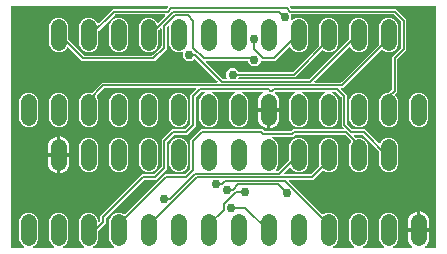
<source format=gbr>
G04 EAGLE Gerber RS-274X export*
G75*
%MOMM*%
%FSLAX34Y34*%
%LPD*%
%INBottom Copper*%
%IPPOS*%
%AMOC8*
5,1,8,0,0,1.08239X$1,22.5*%
G01*
%ADD10C,1.320800*%
%ADD11C,0.152400*%
%ADD12C,0.756400*%

G36*
X21275Y10176D02*
X21275Y10176D01*
X21372Y10186D01*
X21396Y10196D01*
X21422Y10200D01*
X21508Y10246D01*
X21597Y10286D01*
X21616Y10303D01*
X21639Y10316D01*
X21706Y10386D01*
X21778Y10452D01*
X21790Y10475D01*
X21808Y10494D01*
X21850Y10582D01*
X21896Y10668D01*
X21901Y10693D01*
X21912Y10717D01*
X21923Y10814D01*
X21940Y10910D01*
X21936Y10936D01*
X21939Y10961D01*
X21919Y11056D01*
X21904Y11153D01*
X21892Y11176D01*
X21887Y11202D01*
X21837Y11285D01*
X21793Y11372D01*
X21774Y11391D01*
X21761Y11413D01*
X21687Y11476D01*
X21617Y11544D01*
X21589Y11560D01*
X21574Y11573D01*
X21543Y11585D01*
X21470Y11625D01*
X20795Y11905D01*
X18509Y14191D01*
X17271Y17179D01*
X17271Y33621D01*
X18509Y36609D01*
X20795Y38895D01*
X23783Y40133D01*
X27017Y40133D01*
X30005Y38895D01*
X32291Y36609D01*
X33529Y33621D01*
X33529Y17179D01*
X32291Y14191D01*
X30005Y11905D01*
X29330Y11625D01*
X29247Y11574D01*
X29161Y11528D01*
X29143Y11509D01*
X29121Y11496D01*
X29059Y11421D01*
X28992Y11350D01*
X28981Y11326D01*
X28964Y11306D01*
X28929Y11215D01*
X28888Y11127D01*
X28885Y11101D01*
X28876Y11077D01*
X28872Y10979D01*
X28861Y10883D01*
X28866Y10857D01*
X28865Y10831D01*
X28892Y10737D01*
X28913Y10642D01*
X28927Y10620D01*
X28934Y10595D01*
X28989Y10515D01*
X29039Y10431D01*
X29059Y10414D01*
X29074Y10393D01*
X29152Y10335D01*
X29226Y10271D01*
X29250Y10261D01*
X29271Y10246D01*
X29364Y10216D01*
X29454Y10179D01*
X29487Y10176D01*
X29505Y10170D01*
X29538Y10170D01*
X29621Y10161D01*
X46579Y10161D01*
X46675Y10176D01*
X46772Y10186D01*
X46796Y10196D01*
X46822Y10200D01*
X46908Y10246D01*
X46997Y10286D01*
X47016Y10303D01*
X47039Y10316D01*
X47106Y10386D01*
X47178Y10452D01*
X47190Y10475D01*
X47208Y10494D01*
X47250Y10582D01*
X47296Y10668D01*
X47301Y10693D01*
X47312Y10717D01*
X47323Y10814D01*
X47340Y10910D01*
X47336Y10936D01*
X47339Y10961D01*
X47319Y11056D01*
X47304Y11153D01*
X47292Y11176D01*
X47287Y11202D01*
X47237Y11285D01*
X47193Y11372D01*
X47174Y11391D01*
X47161Y11413D01*
X47087Y11476D01*
X47017Y11544D01*
X46989Y11560D01*
X46974Y11573D01*
X46943Y11585D01*
X46870Y11625D01*
X46195Y11905D01*
X43909Y14191D01*
X42671Y17179D01*
X42671Y33621D01*
X43909Y36609D01*
X46195Y38895D01*
X49183Y40133D01*
X52417Y40133D01*
X55405Y38895D01*
X57691Y36609D01*
X58929Y33621D01*
X58929Y17179D01*
X57691Y14191D01*
X55405Y11905D01*
X54730Y11625D01*
X54647Y11574D01*
X54561Y11528D01*
X54543Y11509D01*
X54521Y11496D01*
X54459Y11421D01*
X54392Y11350D01*
X54381Y11326D01*
X54364Y11306D01*
X54329Y11215D01*
X54288Y11127D01*
X54285Y11101D01*
X54276Y11077D01*
X54272Y10979D01*
X54261Y10883D01*
X54266Y10857D01*
X54265Y10831D01*
X54292Y10737D01*
X54313Y10642D01*
X54327Y10620D01*
X54334Y10595D01*
X54389Y10515D01*
X54439Y10431D01*
X54459Y10414D01*
X54474Y10393D01*
X54552Y10335D01*
X54626Y10271D01*
X54650Y10261D01*
X54671Y10246D01*
X54764Y10216D01*
X54854Y10179D01*
X54887Y10176D01*
X54905Y10170D01*
X54938Y10170D01*
X55021Y10161D01*
X71979Y10161D01*
X72075Y10176D01*
X72172Y10186D01*
X72196Y10196D01*
X72222Y10200D01*
X72308Y10246D01*
X72397Y10286D01*
X72416Y10303D01*
X72439Y10316D01*
X72506Y10386D01*
X72578Y10452D01*
X72590Y10475D01*
X72608Y10494D01*
X72650Y10582D01*
X72696Y10668D01*
X72701Y10693D01*
X72712Y10717D01*
X72723Y10814D01*
X72740Y10910D01*
X72736Y10936D01*
X72739Y10961D01*
X72719Y11056D01*
X72704Y11153D01*
X72692Y11176D01*
X72687Y11202D01*
X72637Y11285D01*
X72593Y11372D01*
X72574Y11391D01*
X72561Y11413D01*
X72487Y11476D01*
X72417Y11544D01*
X72389Y11560D01*
X72374Y11573D01*
X72343Y11585D01*
X72270Y11625D01*
X71595Y11905D01*
X69309Y14191D01*
X68071Y17179D01*
X68071Y33621D01*
X69309Y36609D01*
X71595Y38895D01*
X74583Y40133D01*
X77817Y40133D01*
X80805Y38895D01*
X83091Y36609D01*
X84329Y33621D01*
X84329Y33012D01*
X84340Y32942D01*
X84342Y32870D01*
X84360Y32821D01*
X84368Y32770D01*
X84402Y32706D01*
X84427Y32639D01*
X84459Y32598D01*
X84484Y32552D01*
X84535Y32503D01*
X84580Y32447D01*
X84624Y32419D01*
X84662Y32383D01*
X84727Y32353D01*
X84787Y32314D01*
X84838Y32301D01*
X84885Y32279D01*
X84956Y32271D01*
X85026Y32254D01*
X85078Y32258D01*
X85129Y32252D01*
X85200Y32267D01*
X85271Y32273D01*
X85319Y32293D01*
X85370Y32304D01*
X85431Y32341D01*
X85497Y32369D01*
X85553Y32414D01*
X85581Y32431D01*
X85596Y32448D01*
X85628Y32474D01*
X85882Y32728D01*
X85935Y32802D01*
X85995Y32872D01*
X86007Y32902D01*
X86026Y32928D01*
X86053Y33015D01*
X86087Y33100D01*
X86091Y33141D01*
X86098Y33163D01*
X86097Y33195D01*
X86105Y33267D01*
X86105Y37523D01*
X120973Y72391D01*
X131326Y72391D01*
X131416Y72405D01*
X131507Y72413D01*
X131536Y72425D01*
X131568Y72430D01*
X131649Y72473D01*
X131733Y72509D01*
X131765Y72535D01*
X131786Y72546D01*
X131808Y72569D01*
X131864Y72614D01*
X137698Y78448D01*
X137751Y78522D01*
X137811Y78592D01*
X137823Y78622D01*
X137842Y78648D01*
X137869Y78735D01*
X137903Y78820D01*
X137907Y78861D01*
X137914Y78883D01*
X137913Y78915D01*
X137921Y78986D01*
X137921Y101531D01*
X146881Y110491D01*
X157233Y110491D01*
X157324Y110505D01*
X157414Y110513D01*
X157444Y110525D01*
X157476Y110530D01*
X157557Y110573D01*
X157641Y110609D01*
X157673Y110635D01*
X157694Y110646D01*
X157716Y110669D01*
X157772Y110714D01*
X162082Y115024D01*
X162135Y115098D01*
X162195Y115168D01*
X162207Y115198D01*
X162226Y115224D01*
X162253Y115311D01*
X162287Y115396D01*
X162291Y115437D01*
X162298Y115459D01*
X162297Y115491D01*
X162305Y115563D01*
X162305Y139631D01*
X166916Y144242D01*
X166958Y144300D01*
X167007Y144352D01*
X167029Y144399D01*
X167059Y144441D01*
X167080Y144510D01*
X167111Y144575D01*
X167116Y144627D01*
X167132Y144677D01*
X167130Y144748D01*
X167138Y144819D01*
X167127Y144870D01*
X167125Y144922D01*
X167101Y144990D01*
X167086Y145060D01*
X167059Y145105D01*
X167041Y145153D01*
X166996Y145209D01*
X166959Y145271D01*
X166920Y145305D01*
X166887Y145345D01*
X166827Y145384D01*
X166772Y145431D01*
X166724Y145450D01*
X166680Y145478D01*
X166611Y145496D01*
X166544Y145523D01*
X166473Y145531D01*
X166442Y145539D01*
X166418Y145537D01*
X166378Y145541D01*
X89655Y145541D01*
X89564Y145527D01*
X89474Y145519D01*
X89444Y145507D01*
X89412Y145502D01*
X89331Y145459D01*
X89247Y145423D01*
X89215Y145397D01*
X89194Y145386D01*
X89172Y145363D01*
X89116Y145318D01*
X83087Y139289D01*
X83075Y139273D01*
X83060Y139260D01*
X83004Y139174D01*
X82944Y139089D01*
X82938Y139070D01*
X82927Y139054D01*
X82902Y138953D01*
X82871Y138854D01*
X82872Y138834D01*
X82867Y138815D01*
X82875Y138712D01*
X82878Y138609D01*
X82884Y138590D01*
X82886Y138570D01*
X82927Y138475D01*
X82962Y138377D01*
X82975Y138362D01*
X82982Y138344D01*
X83087Y138213D01*
X83091Y138208D01*
X84329Y135221D01*
X84329Y118779D01*
X83091Y115791D01*
X80805Y113505D01*
X77817Y112267D01*
X74583Y112267D01*
X71595Y113505D01*
X69309Y115791D01*
X68071Y118779D01*
X68071Y135221D01*
X69309Y138209D01*
X71595Y140495D01*
X74583Y141733D01*
X77817Y141733D01*
X78228Y141562D01*
X78342Y141536D01*
X78455Y141507D01*
X78461Y141508D01*
X78467Y141506D01*
X78584Y141517D01*
X78700Y141526D01*
X78706Y141529D01*
X78712Y141529D01*
X78820Y141577D01*
X78927Y141623D01*
X78932Y141627D01*
X78937Y141629D01*
X78951Y141642D01*
X79058Y141727D01*
X87445Y150115D01*
X184666Y150115D01*
X184736Y150126D01*
X184808Y150128D01*
X184857Y150146D01*
X184908Y150154D01*
X184972Y150188D01*
X185039Y150213D01*
X185080Y150245D01*
X185126Y150270D01*
X185175Y150321D01*
X185231Y150366D01*
X185259Y150410D01*
X185295Y150448D01*
X185325Y150513D01*
X185364Y150573D01*
X185377Y150624D01*
X185399Y150671D01*
X185407Y150742D01*
X185424Y150812D01*
X185420Y150864D01*
X185426Y150915D01*
X185411Y150986D01*
X185405Y151057D01*
X185385Y151105D01*
X185374Y151156D01*
X185337Y151217D01*
X185309Y151283D01*
X185264Y151339D01*
X185247Y151367D01*
X185230Y151382D01*
X185204Y151414D01*
X166504Y170114D01*
X166488Y170126D01*
X166475Y170142D01*
X166388Y170198D01*
X166304Y170258D01*
X166285Y170264D01*
X166268Y170275D01*
X166168Y170300D01*
X166069Y170330D01*
X166049Y170330D01*
X166030Y170335D01*
X165927Y170327D01*
X165823Y170324D01*
X165804Y170317D01*
X165784Y170315D01*
X165690Y170275D01*
X165592Y170239D01*
X165576Y170227D01*
X165558Y170219D01*
X165427Y170114D01*
X163742Y168429D01*
X159346Y168429D01*
X156237Y171538D01*
X156237Y175548D01*
X156230Y175593D01*
X156232Y175639D01*
X156210Y175714D01*
X156198Y175790D01*
X156176Y175831D01*
X156163Y175875D01*
X156119Y175939D01*
X156082Y176008D01*
X156049Y176039D01*
X156023Y176077D01*
X155961Y176124D01*
X155904Y176177D01*
X155862Y176197D01*
X155826Y176224D01*
X155752Y176248D01*
X155681Y176281D01*
X155635Y176286D01*
X155592Y176300D01*
X155514Y176299D01*
X155437Y176308D01*
X155392Y176298D01*
X155346Y176298D01*
X155214Y176260D01*
X155196Y176256D01*
X155192Y176253D01*
X155185Y176251D01*
X154017Y175767D01*
X150783Y175767D01*
X147795Y177005D01*
X145509Y179291D01*
X144271Y182279D01*
X144271Y197112D01*
X144260Y197182D01*
X144258Y197254D01*
X144240Y197303D01*
X144232Y197354D01*
X144198Y197418D01*
X144173Y197485D01*
X144141Y197526D01*
X144116Y197572D01*
X144065Y197621D01*
X144020Y197677D01*
X143976Y197705D01*
X143938Y197741D01*
X143873Y197771D01*
X143813Y197810D01*
X143762Y197823D01*
X143715Y197845D01*
X143644Y197853D01*
X143574Y197870D01*
X143522Y197866D01*
X143471Y197872D01*
X143400Y197857D01*
X143329Y197851D01*
X143281Y197831D01*
X143230Y197820D01*
X143169Y197783D01*
X143103Y197755D01*
X143047Y197710D01*
X143019Y197693D01*
X143004Y197676D01*
X142972Y197650D01*
X142718Y197396D01*
X142665Y197322D01*
X142605Y197252D01*
X142593Y197222D01*
X142574Y197196D01*
X142547Y197109D01*
X142513Y197024D01*
X142509Y196983D01*
X142502Y196961D01*
X142503Y196929D01*
X142495Y196857D01*
X142495Y178885D01*
X132011Y168401D01*
X70681Y168401D01*
X59112Y179970D01*
X59074Y179997D01*
X59043Y180031D01*
X58975Y180069D01*
X58912Y180114D01*
X58868Y180127D01*
X58828Y180150D01*
X58751Y180163D01*
X58677Y180186D01*
X58631Y180185D01*
X58586Y180193D01*
X58509Y180182D01*
X58431Y180180D01*
X58388Y180164D01*
X58342Y180157D01*
X58273Y180122D01*
X58200Y180095D01*
X58164Y180067D01*
X58123Y180046D01*
X58069Y179990D01*
X58008Y179942D01*
X57983Y179903D01*
X57951Y179870D01*
X57885Y179751D01*
X57875Y179735D01*
X57874Y179730D01*
X57870Y179723D01*
X57691Y179291D01*
X55405Y177005D01*
X52417Y175767D01*
X49183Y175767D01*
X46195Y177005D01*
X43909Y179291D01*
X42671Y182279D01*
X42671Y198721D01*
X43909Y201709D01*
X46195Y203995D01*
X49183Y205233D01*
X52417Y205233D01*
X55405Y203995D01*
X57691Y201709D01*
X58929Y198721D01*
X58929Y186936D01*
X58943Y186846D01*
X58951Y186755D01*
X58963Y186726D01*
X58968Y186694D01*
X59011Y186613D01*
X59047Y186529D01*
X59073Y186497D01*
X59084Y186476D01*
X59107Y186454D01*
X59152Y186398D01*
X72352Y173198D01*
X72426Y173145D01*
X72496Y173085D01*
X72526Y173073D01*
X72552Y173054D01*
X72639Y173027D01*
X72724Y172993D01*
X72765Y172989D01*
X72787Y172982D01*
X72819Y172983D01*
X72891Y172975D01*
X129801Y172975D01*
X129892Y172989D01*
X129982Y172997D01*
X130012Y173009D01*
X130044Y173014D01*
X130125Y173057D01*
X130209Y173093D01*
X130241Y173119D01*
X130262Y173130D01*
X130284Y173153D01*
X130340Y173198D01*
X137698Y180556D01*
X137751Y180630D01*
X137811Y180700D01*
X137823Y180730D01*
X137842Y180756D01*
X137869Y180843D01*
X137903Y180928D01*
X137907Y180969D01*
X137914Y180991D01*
X137913Y181023D01*
X137921Y181095D01*
X137921Y195334D01*
X137910Y195404D01*
X137908Y195476D01*
X137890Y195525D01*
X137882Y195576D01*
X137848Y195640D01*
X137823Y195707D01*
X137791Y195748D01*
X137766Y195794D01*
X137714Y195843D01*
X137670Y195899D01*
X137626Y195927D01*
X137588Y195963D01*
X137523Y195993D01*
X137463Y196032D01*
X137412Y196045D01*
X137365Y196067D01*
X137294Y196075D01*
X137224Y196092D01*
X137172Y196088D01*
X137121Y196094D01*
X137050Y196079D01*
X136979Y196073D01*
X136931Y196053D01*
X136880Y196042D01*
X136819Y196005D01*
X136753Y195977D01*
X136697Y195932D01*
X136669Y195915D01*
X136654Y195898D01*
X136622Y195872D01*
X135352Y194602D01*
X135299Y194528D01*
X135239Y194458D01*
X135227Y194428D01*
X135208Y194402D01*
X135181Y194315D01*
X135147Y194230D01*
X135143Y194189D01*
X135136Y194167D01*
X135137Y194135D01*
X135129Y194063D01*
X135129Y182279D01*
X133891Y179291D01*
X131605Y177005D01*
X128617Y175767D01*
X125383Y175767D01*
X122395Y177005D01*
X120109Y179291D01*
X118871Y182279D01*
X118871Y198721D01*
X120109Y201709D01*
X122395Y203995D01*
X125383Y205233D01*
X128617Y205233D01*
X131605Y203995D01*
X133891Y201709D01*
X134070Y201277D01*
X134094Y201238D01*
X134110Y201194D01*
X134159Y201134D01*
X134200Y201068D01*
X134235Y201038D01*
X134264Y201002D01*
X134329Y200960D01*
X134389Y200911D01*
X134432Y200894D01*
X134471Y200869D01*
X134546Y200850D01*
X134619Y200823D01*
X134665Y200821D01*
X134709Y200809D01*
X134787Y200815D01*
X134865Y200812D01*
X134909Y200825D01*
X134954Y200829D01*
X135026Y200859D01*
X135101Y200881D01*
X135139Y200907D01*
X135181Y200925D01*
X135288Y201010D01*
X135303Y201021D01*
X135306Y201025D01*
X135312Y201030D01*
X141008Y206726D01*
X141050Y206784D01*
X141099Y206836D01*
X141121Y206883D01*
X141151Y206925D01*
X141172Y206994D01*
X141203Y207059D01*
X141208Y207111D01*
X141224Y207161D01*
X141222Y207232D01*
X141230Y207303D01*
X141219Y207354D01*
X141217Y207406D01*
X141193Y207474D01*
X141178Y207544D01*
X141151Y207589D01*
X141133Y207637D01*
X141088Y207693D01*
X141051Y207755D01*
X141012Y207789D01*
X140979Y207829D01*
X140919Y207868D01*
X140864Y207915D01*
X140816Y207934D01*
X140772Y207962D01*
X140703Y207980D01*
X140636Y208007D01*
X140565Y208015D01*
X140534Y208023D01*
X140510Y208021D01*
X140470Y208025D01*
X98799Y208025D01*
X98708Y208011D01*
X98618Y208003D01*
X98588Y207991D01*
X98556Y207986D01*
X98475Y207943D01*
X98391Y207907D01*
X98359Y207881D01*
X98338Y207870D01*
X98316Y207847D01*
X98260Y207802D01*
X84552Y194094D01*
X84499Y194020D01*
X84439Y193950D01*
X84427Y193920D01*
X84408Y193894D01*
X84381Y193807D01*
X84347Y193722D01*
X84343Y193681D01*
X84336Y193659D01*
X84337Y193627D01*
X84329Y193555D01*
X84329Y182279D01*
X83091Y179291D01*
X80805Y177005D01*
X77817Y175767D01*
X74583Y175767D01*
X71595Y177005D01*
X69309Y179291D01*
X68071Y182279D01*
X68071Y198721D01*
X69309Y201709D01*
X71595Y203995D01*
X74583Y205233D01*
X77817Y205233D01*
X80805Y203995D01*
X83091Y201709D01*
X83419Y200917D01*
X83443Y200878D01*
X83459Y200835D01*
X83508Y200775D01*
X83549Y200708D01*
X83584Y200679D01*
X83613Y200643D01*
X83678Y200601D01*
X83738Y200552D01*
X83781Y200535D01*
X83819Y200510D01*
X83895Y200491D01*
X83968Y200463D01*
X84013Y200461D01*
X84058Y200450D01*
X84136Y200456D01*
X84213Y200453D01*
X84258Y200466D01*
X84303Y200469D01*
X84375Y200500D01*
X84450Y200521D01*
X84487Y200548D01*
X84530Y200566D01*
X84606Y200627D01*
X84608Y200628D01*
X84610Y200630D01*
X84636Y200651D01*
X84652Y200662D01*
X84655Y200666D01*
X84661Y200670D01*
X96589Y212599D01*
X141993Y212599D01*
X142083Y212613D01*
X142174Y212621D01*
X142204Y212633D01*
X142236Y212638D01*
X142317Y212681D01*
X142401Y212717D01*
X142433Y212743D01*
X142454Y212754D01*
X142476Y212777D01*
X142532Y212822D01*
X143550Y213840D01*
X143592Y213898D01*
X143641Y213950D01*
X143663Y213997D01*
X143693Y214039D01*
X143714Y214108D01*
X143745Y214173D01*
X143750Y214225D01*
X143766Y214275D01*
X143764Y214346D01*
X143772Y214417D01*
X143761Y214468D01*
X143759Y214520D01*
X143735Y214588D01*
X143720Y214658D01*
X143693Y214703D01*
X143675Y214751D01*
X143630Y214807D01*
X143593Y214869D01*
X143554Y214903D01*
X143521Y214943D01*
X143461Y214982D01*
X143406Y215029D01*
X143358Y215048D01*
X143314Y215076D01*
X143245Y215094D01*
X143178Y215121D01*
X143107Y215129D01*
X143076Y215137D01*
X143052Y215135D01*
X143012Y215139D01*
X10922Y215139D01*
X10902Y215136D01*
X10883Y215138D01*
X10781Y215116D01*
X10679Y215100D01*
X10662Y215090D01*
X10642Y215086D01*
X10553Y215033D01*
X10462Y214984D01*
X10448Y214970D01*
X10431Y214960D01*
X10364Y214881D01*
X10292Y214806D01*
X10284Y214788D01*
X10271Y214773D01*
X10232Y214677D01*
X10189Y214583D01*
X10187Y214563D01*
X10179Y214545D01*
X10161Y214378D01*
X10161Y10922D01*
X10164Y10902D01*
X10162Y10883D01*
X10184Y10781D01*
X10200Y10679D01*
X10210Y10662D01*
X10214Y10642D01*
X10267Y10553D01*
X10316Y10462D01*
X10330Y10448D01*
X10340Y10431D01*
X10419Y10364D01*
X10494Y10292D01*
X10512Y10284D01*
X10527Y10271D01*
X10623Y10232D01*
X10717Y10189D01*
X10737Y10187D01*
X10755Y10179D01*
X10922Y10161D01*
X21179Y10161D01*
X21275Y10176D01*
G37*
G36*
X300675Y10176D02*
X300675Y10176D01*
X300772Y10186D01*
X300796Y10196D01*
X300822Y10200D01*
X300908Y10246D01*
X300997Y10286D01*
X301016Y10303D01*
X301039Y10316D01*
X301106Y10386D01*
X301178Y10452D01*
X301190Y10475D01*
X301208Y10494D01*
X301250Y10582D01*
X301296Y10668D01*
X301301Y10693D01*
X301312Y10717D01*
X301323Y10814D01*
X301340Y10910D01*
X301336Y10936D01*
X301339Y10961D01*
X301319Y11056D01*
X301304Y11153D01*
X301293Y11176D01*
X301287Y11202D01*
X301237Y11285D01*
X301193Y11372D01*
X301174Y11391D01*
X301161Y11413D01*
X301087Y11476D01*
X301017Y11544D01*
X300989Y11560D01*
X300974Y11573D01*
X300943Y11585D01*
X300870Y11625D01*
X300195Y11905D01*
X297909Y14191D01*
X296671Y17179D01*
X296671Y33621D01*
X297909Y36609D01*
X300195Y38895D01*
X303183Y40133D01*
X306417Y40133D01*
X309405Y38895D01*
X311691Y36609D01*
X312929Y33621D01*
X312929Y17179D01*
X311691Y14191D01*
X309405Y11905D01*
X308730Y11625D01*
X308647Y11574D01*
X308561Y11528D01*
X308543Y11509D01*
X308521Y11496D01*
X308459Y11421D01*
X308392Y11350D01*
X308380Y11326D01*
X308364Y11306D01*
X308329Y11215D01*
X308288Y11127D01*
X308285Y11101D01*
X308276Y11077D01*
X308272Y10979D01*
X308261Y10883D01*
X308266Y10857D01*
X308265Y10831D01*
X308292Y10737D01*
X308313Y10642D01*
X308326Y10620D01*
X308334Y10595D01*
X308389Y10515D01*
X308439Y10431D01*
X308459Y10414D01*
X308474Y10393D01*
X308552Y10335D01*
X308626Y10271D01*
X308650Y10261D01*
X308671Y10246D01*
X308764Y10216D01*
X308854Y10179D01*
X308887Y10176D01*
X308905Y10170D01*
X308938Y10170D01*
X309021Y10161D01*
X325979Y10161D01*
X326075Y10176D01*
X326172Y10186D01*
X326196Y10196D01*
X326222Y10200D01*
X326308Y10246D01*
X326397Y10286D01*
X326416Y10303D01*
X326439Y10316D01*
X326506Y10386D01*
X326578Y10452D01*
X326590Y10475D01*
X326608Y10494D01*
X326650Y10582D01*
X326696Y10668D01*
X326701Y10693D01*
X326712Y10717D01*
X326723Y10814D01*
X326740Y10910D01*
X326736Y10936D01*
X326739Y10961D01*
X326719Y11056D01*
X326704Y11153D01*
X326693Y11176D01*
X326687Y11202D01*
X326637Y11285D01*
X326593Y11372D01*
X326574Y11391D01*
X326561Y11413D01*
X326487Y11476D01*
X326417Y11544D01*
X326389Y11560D01*
X326374Y11573D01*
X326343Y11585D01*
X326270Y11625D01*
X325595Y11905D01*
X323309Y14191D01*
X322071Y17179D01*
X322071Y33621D01*
X323309Y36609D01*
X325595Y38895D01*
X328583Y40133D01*
X331817Y40133D01*
X334805Y38895D01*
X337091Y36609D01*
X338329Y33621D01*
X338329Y17179D01*
X337091Y14191D01*
X334805Y11905D01*
X334130Y11625D01*
X334047Y11574D01*
X333961Y11528D01*
X333943Y11509D01*
X333921Y11496D01*
X333859Y11421D01*
X333792Y11350D01*
X333780Y11326D01*
X333764Y11306D01*
X333729Y11215D01*
X333688Y11127D01*
X333685Y11101D01*
X333676Y11077D01*
X333672Y10979D01*
X333661Y10883D01*
X333666Y10857D01*
X333665Y10831D01*
X333692Y10737D01*
X333713Y10642D01*
X333726Y10620D01*
X333734Y10595D01*
X333789Y10515D01*
X333839Y10431D01*
X333859Y10414D01*
X333874Y10393D01*
X333952Y10335D01*
X334026Y10271D01*
X334050Y10261D01*
X334071Y10246D01*
X334164Y10216D01*
X334254Y10179D01*
X334287Y10176D01*
X334305Y10170D01*
X334338Y10170D01*
X334421Y10161D01*
X349554Y10161D01*
X349577Y10164D01*
X349600Y10162D01*
X349698Y10184D01*
X349797Y10200D01*
X349817Y10211D01*
X349840Y10216D01*
X349926Y10269D01*
X350014Y10316D01*
X350030Y10332D01*
X350050Y10344D01*
X350115Y10421D01*
X350184Y10494D01*
X350193Y10515D01*
X350208Y10533D01*
X350245Y10626D01*
X350287Y10717D01*
X350290Y10740D01*
X350298Y10761D01*
X350303Y10862D01*
X350314Y10961D01*
X350309Y10984D01*
X350311Y11007D01*
X350283Y11104D01*
X350262Y11202D01*
X350250Y11222D01*
X350244Y11244D01*
X350187Y11327D01*
X350136Y11413D01*
X350118Y11428D01*
X350105Y11447D01*
X349977Y11555D01*
X349770Y11693D01*
X348497Y12966D01*
X347496Y14464D01*
X346807Y16129D01*
X346455Y17895D01*
X346455Y23877D01*
X354838Y23877D01*
X354858Y23880D01*
X354877Y23878D01*
X354979Y23900D01*
X355081Y23917D01*
X355098Y23926D01*
X355118Y23930D01*
X355207Y23983D01*
X355298Y24032D01*
X355312Y24046D01*
X355329Y24056D01*
X355396Y24135D01*
X355467Y24210D01*
X355476Y24228D01*
X355489Y24243D01*
X355527Y24339D01*
X355571Y24433D01*
X355573Y24453D01*
X355581Y24471D01*
X355599Y24638D01*
X355599Y25401D01*
X355601Y25401D01*
X355601Y24638D01*
X355604Y24618D01*
X355602Y24599D01*
X355624Y24497D01*
X355641Y24395D01*
X355650Y24378D01*
X355654Y24358D01*
X355707Y24269D01*
X355756Y24178D01*
X355770Y24164D01*
X355780Y24147D01*
X355859Y24080D01*
X355934Y24009D01*
X355952Y24000D01*
X355967Y23987D01*
X356063Y23948D01*
X356157Y23905D01*
X356177Y23903D01*
X356195Y23895D01*
X356362Y23877D01*
X364745Y23877D01*
X364745Y17895D01*
X364393Y16129D01*
X363704Y14464D01*
X362703Y12966D01*
X361430Y11693D01*
X361223Y11555D01*
X361206Y11539D01*
X361186Y11528D01*
X361117Y11456D01*
X361043Y11387D01*
X361032Y11367D01*
X361016Y11350D01*
X360974Y11259D01*
X360926Y11171D01*
X360923Y11148D01*
X360913Y11127D01*
X360902Y11027D01*
X360885Y10928D01*
X360888Y10905D01*
X360886Y10883D01*
X360907Y10784D01*
X360922Y10685D01*
X360933Y10665D01*
X360938Y10642D01*
X360990Y10556D01*
X361036Y10467D01*
X361052Y10451D01*
X361064Y10431D01*
X361141Y10366D01*
X361213Y10296D01*
X361234Y10286D01*
X361251Y10271D01*
X361344Y10234D01*
X361435Y10191D01*
X361458Y10188D01*
X361479Y10179D01*
X361646Y10161D01*
X369878Y10161D01*
X369898Y10164D01*
X369917Y10162D01*
X370019Y10184D01*
X370121Y10200D01*
X370138Y10210D01*
X370158Y10214D01*
X370247Y10267D01*
X370338Y10316D01*
X370352Y10330D01*
X370369Y10340D01*
X370436Y10419D01*
X370508Y10494D01*
X370516Y10512D01*
X370529Y10527D01*
X370568Y10623D01*
X370611Y10717D01*
X370613Y10737D01*
X370621Y10755D01*
X370639Y10922D01*
X370639Y214378D01*
X370636Y214398D01*
X370638Y214417D01*
X370616Y214519D01*
X370600Y214621D01*
X370590Y214638D01*
X370586Y214658D01*
X370533Y214747D01*
X370484Y214838D01*
X370470Y214852D01*
X370460Y214869D01*
X370381Y214936D01*
X370306Y215008D01*
X370288Y215016D01*
X370273Y215029D01*
X370177Y215068D01*
X370083Y215111D01*
X370063Y215113D01*
X370045Y215121D01*
X369878Y215139D01*
X247132Y215139D01*
X247062Y215128D01*
X246990Y215126D01*
X246941Y215108D01*
X246890Y215100D01*
X246826Y215066D01*
X246759Y215041D01*
X246718Y215009D01*
X246672Y214984D01*
X246623Y214932D01*
X246567Y214888D01*
X246539Y214844D01*
X246503Y214806D01*
X246473Y214741D01*
X246434Y214681D01*
X246421Y214630D01*
X246399Y214583D01*
X246391Y214512D01*
X246374Y214442D01*
X246378Y214390D01*
X246372Y214339D01*
X246387Y214268D01*
X246393Y214197D01*
X246413Y214149D01*
X246424Y214098D01*
X246461Y214037D01*
X246489Y213971D01*
X246534Y213915D01*
X246551Y213887D01*
X246568Y213872D01*
X246594Y213840D01*
X247612Y212822D01*
X247686Y212769D01*
X247756Y212709D01*
X247786Y212697D01*
X247812Y212678D01*
X247899Y212651D01*
X247984Y212617D01*
X248025Y212613D01*
X248047Y212606D01*
X248079Y212607D01*
X248151Y212599D01*
X336227Y212599D01*
X345187Y203639D01*
X345187Y177361D01*
X337790Y169964D01*
X337737Y169890D01*
X337677Y169820D01*
X337665Y169790D01*
X337646Y169764D01*
X337619Y169677D01*
X337585Y169592D01*
X337581Y169551D01*
X337574Y169529D01*
X337575Y169497D01*
X337567Y169425D01*
X337567Y142309D01*
X336004Y140746D01*
X335817Y140559D01*
X335805Y140543D01*
X335790Y140531D01*
X335734Y140444D01*
X335674Y140360D01*
X335668Y140340D01*
X335657Y140324D01*
X335632Y140223D01*
X335601Y140124D01*
X335602Y140104D01*
X335597Y140085D01*
X335605Y139982D01*
X335608Y139879D01*
X335614Y139860D01*
X335616Y139840D01*
X335657Y139745D01*
X335692Y139648D01*
X335704Y139632D01*
X335712Y139614D01*
X335817Y139483D01*
X337091Y138209D01*
X338329Y135221D01*
X338329Y118779D01*
X337091Y115791D01*
X334805Y113505D01*
X331817Y112267D01*
X328583Y112267D01*
X325595Y113505D01*
X323309Y115791D01*
X322071Y118779D01*
X322071Y135221D01*
X323309Y138209D01*
X325595Y140495D01*
X328583Y141733D01*
X330207Y141733D01*
X330298Y141747D01*
X330388Y141755D01*
X330418Y141767D01*
X330450Y141772D01*
X330531Y141815D01*
X330615Y141851D01*
X330647Y141877D01*
X330668Y141888D01*
X330690Y141911D01*
X330746Y141956D01*
X332770Y143980D01*
X332823Y144054D01*
X332883Y144124D01*
X332895Y144154D01*
X332914Y144180D01*
X332941Y144267D01*
X332975Y144352D01*
X332979Y144393D01*
X332986Y144415D01*
X332985Y144447D01*
X332993Y144519D01*
X332993Y171635D01*
X340390Y179032D01*
X340443Y179106D01*
X340503Y179176D01*
X340515Y179206D01*
X340534Y179232D01*
X340561Y179319D01*
X340595Y179404D01*
X340599Y179445D01*
X340606Y179467D01*
X340605Y179499D01*
X340613Y179571D01*
X340613Y201429D01*
X340599Y201520D01*
X340591Y201610D01*
X340579Y201640D01*
X340574Y201672D01*
X340531Y201753D01*
X340495Y201837D01*
X340469Y201869D01*
X340458Y201890D01*
X340435Y201912D01*
X340390Y201968D01*
X334556Y207802D01*
X334482Y207855D01*
X334412Y207915D01*
X334382Y207927D01*
X334356Y207946D01*
X334269Y207973D01*
X334184Y208007D01*
X334143Y208011D01*
X334121Y208018D01*
X334089Y208017D01*
X334017Y208025D01*
X248384Y208025D01*
X248364Y208022D01*
X248345Y208024D01*
X248243Y208002D01*
X248141Y207986D01*
X248124Y207976D01*
X248104Y207972D01*
X248015Y207919D01*
X247924Y207870D01*
X247910Y207856D01*
X247893Y207846D01*
X247826Y207767D01*
X247754Y207692D01*
X247746Y207674D01*
X247733Y207659D01*
X247694Y207563D01*
X247651Y207469D01*
X247649Y207449D01*
X247641Y207431D01*
X247623Y207264D01*
X247623Y204060D01*
X247634Y203990D01*
X247636Y203918D01*
X247654Y203869D01*
X247662Y203818D01*
X247696Y203754D01*
X247721Y203687D01*
X247753Y203646D01*
X247778Y203600D01*
X247830Y203551D01*
X247874Y203495D01*
X247918Y203467D01*
X247956Y203431D01*
X248021Y203401D01*
X248081Y203362D01*
X248132Y203349D01*
X248179Y203327D01*
X248250Y203319D01*
X248320Y203302D01*
X248372Y203306D01*
X248423Y203300D01*
X248494Y203315D01*
X248565Y203321D01*
X248613Y203341D01*
X248664Y203352D01*
X248725Y203389D01*
X248791Y203417D01*
X248847Y203462D01*
X248875Y203479D01*
X248890Y203496D01*
X248922Y203522D01*
X249395Y203995D01*
X252383Y205233D01*
X255617Y205233D01*
X258605Y203995D01*
X260891Y201709D01*
X262129Y198721D01*
X262129Y182279D01*
X260891Y179291D01*
X258605Y177005D01*
X255617Y175767D01*
X252383Y175767D01*
X249395Y177005D01*
X247109Y179291D01*
X246930Y179723D01*
X246906Y179762D01*
X246890Y179806D01*
X246841Y179866D01*
X246800Y179932D01*
X246765Y179962D01*
X246736Y179998D01*
X246671Y180040D01*
X246611Y180089D01*
X246568Y180106D01*
X246529Y180131D01*
X246454Y180150D01*
X246381Y180177D01*
X246335Y180179D01*
X246291Y180191D01*
X246213Y180185D01*
X246135Y180188D01*
X246091Y180175D01*
X246046Y180171D01*
X245974Y180141D01*
X245899Y180119D01*
X245861Y180093D01*
X245819Y180075D01*
X245712Y179990D01*
X245697Y179979D01*
X245694Y179975D01*
X245688Y179970D01*
X234119Y168401D01*
X223081Y168401D01*
X223014Y168468D01*
X222956Y168510D01*
X222904Y168559D01*
X222857Y168581D01*
X222815Y168611D01*
X222746Y168632D01*
X222681Y168663D01*
X222629Y168668D01*
X222579Y168684D01*
X222508Y168682D01*
X222437Y168690D01*
X222386Y168679D01*
X222334Y168677D01*
X222266Y168653D01*
X222196Y168638D01*
X222151Y168611D01*
X222103Y168593D01*
X222047Y168548D01*
X221985Y168511D01*
X221951Y168472D01*
X221911Y168439D01*
X221872Y168379D01*
X221825Y168324D01*
X221806Y168276D01*
X221778Y168232D01*
X221760Y168163D01*
X221733Y168096D01*
X221725Y168025D01*
X221717Y167994D01*
X221719Y167970D01*
X221715Y167930D01*
X221715Y166966D01*
X218606Y163857D01*
X214210Y163857D01*
X211101Y166966D01*
X211101Y167640D01*
X211098Y167660D01*
X211100Y167679D01*
X211078Y167781D01*
X211062Y167883D01*
X211052Y167900D01*
X211048Y167920D01*
X210995Y168009D01*
X210946Y168100D01*
X210932Y168114D01*
X210922Y168131D01*
X210843Y168198D01*
X210768Y168270D01*
X210750Y168278D01*
X210735Y168291D01*
X210639Y168330D01*
X210545Y168373D01*
X210525Y168375D01*
X210507Y168383D01*
X210340Y168401D01*
X176522Y168401D01*
X176452Y168390D01*
X176380Y168388D01*
X176331Y168370D01*
X176280Y168362D01*
X176216Y168328D01*
X176149Y168303D01*
X176108Y168271D01*
X176062Y168246D01*
X176013Y168194D01*
X175957Y168150D01*
X175929Y168106D01*
X175893Y168068D01*
X175863Y168003D01*
X175824Y167943D01*
X175811Y167892D01*
X175789Y167845D01*
X175781Y167774D01*
X175764Y167704D01*
X175768Y167652D01*
X175762Y167601D01*
X175777Y167530D01*
X175783Y167459D01*
X175803Y167411D01*
X175814Y167360D01*
X175851Y167299D01*
X175879Y167233D01*
X175924Y167177D01*
X175941Y167149D01*
X175958Y167134D01*
X175984Y167102D01*
X189700Y153386D01*
X189774Y153333D01*
X189844Y153273D01*
X189874Y153261D01*
X189900Y153242D01*
X189987Y153215D01*
X190072Y153181D01*
X190113Y153177D01*
X190135Y153170D01*
X190167Y153171D01*
X190239Y153163D01*
X192587Y153163D01*
X192657Y153174D01*
X192729Y153176D01*
X192778Y153194D01*
X192829Y153202D01*
X192893Y153236D01*
X192960Y153261D01*
X193001Y153293D01*
X193047Y153318D01*
X193096Y153370D01*
X193152Y153414D01*
X193180Y153458D01*
X193216Y153496D01*
X193246Y153561D01*
X193285Y153621D01*
X193298Y153672D01*
X193320Y153719D01*
X193328Y153790D01*
X193345Y153860D01*
X193341Y153912D01*
X193347Y153963D01*
X193332Y154034D01*
X193326Y154105D01*
X193306Y154153D01*
X193295Y154204D01*
X193258Y154265D01*
X193230Y154331D01*
X193185Y154387D01*
X193168Y154415D01*
X193151Y154430D01*
X193125Y154462D01*
X192813Y154774D01*
X192813Y159170D01*
X195922Y162279D01*
X200318Y162279D01*
X203115Y159482D01*
X203189Y159429D01*
X203259Y159369D01*
X203289Y159357D01*
X203315Y159338D01*
X203402Y159311D01*
X203487Y159277D01*
X203528Y159273D01*
X203550Y159266D01*
X203582Y159267D01*
X203653Y159259D01*
X248673Y159259D01*
X248764Y159273D01*
X248854Y159281D01*
X248884Y159293D01*
X248916Y159298D01*
X248997Y159341D01*
X249081Y159377D01*
X249113Y159403D01*
X249134Y159414D01*
X249156Y159437D01*
X249212Y159482D01*
X271128Y181398D01*
X271195Y181491D01*
X271266Y181586D01*
X271268Y181592D01*
X271271Y181597D01*
X271305Y181708D01*
X271342Y181820D01*
X271342Y181826D01*
X271344Y181832D01*
X271341Y181949D01*
X271339Y182066D01*
X271337Y182073D01*
X271337Y182078D01*
X271331Y182096D01*
X271293Y182227D01*
X271271Y182279D01*
X271271Y198721D01*
X272509Y201709D01*
X274795Y203995D01*
X277783Y205233D01*
X281017Y205233D01*
X284005Y203995D01*
X286291Y201709D01*
X287529Y198721D01*
X287529Y182279D01*
X286291Y179291D01*
X284005Y177005D01*
X281017Y175767D01*
X277783Y175767D01*
X274795Y177005D01*
X274537Y177263D01*
X274521Y177274D01*
X274509Y177290D01*
X274421Y177346D01*
X274338Y177406D01*
X274319Y177412D01*
X274302Y177423D01*
X274201Y177448D01*
X274103Y177479D01*
X274083Y177478D01*
X274063Y177483D01*
X273960Y177475D01*
X273857Y177472D01*
X273838Y177466D01*
X273818Y177464D01*
X273723Y177424D01*
X273626Y177388D01*
X273610Y177375D01*
X273592Y177368D01*
X273461Y177263D01*
X250883Y154685D01*
X203653Y154685D01*
X203562Y154670D01*
X203470Y154663D01*
X203433Y154649D01*
X203411Y154646D01*
X203382Y154630D01*
X203313Y154605D01*
X203256Y154563D01*
X203193Y154530D01*
X203157Y154492D01*
X203114Y154461D01*
X203073Y154403D01*
X203024Y154352D01*
X203002Y154304D01*
X202971Y154261D01*
X202950Y154193D01*
X202920Y154129D01*
X202914Y154076D01*
X202899Y154025D01*
X202901Y153955D01*
X202893Y153885D01*
X202904Y153833D01*
X202906Y153779D01*
X202930Y153713D01*
X202945Y153644D01*
X202973Y153599D01*
X202991Y153549D01*
X203035Y153494D01*
X203072Y153433D01*
X203112Y153399D01*
X203145Y153357D01*
X203205Y153319D01*
X203259Y153273D01*
X203308Y153253D01*
X203353Y153225D01*
X203421Y153208D01*
X203487Y153181D01*
X203560Y153173D01*
X203591Y153165D01*
X203614Y153167D01*
X203653Y153163D01*
X262389Y153163D01*
X262480Y153177D01*
X262570Y153185D01*
X262600Y153197D01*
X262632Y153202D01*
X262713Y153245D01*
X262797Y153281D01*
X262829Y153307D01*
X262850Y153318D01*
X262872Y153341D01*
X262928Y153386D01*
X296448Y186906D01*
X296501Y186980D01*
X296561Y187050D01*
X296573Y187080D01*
X296592Y187106D01*
X296619Y187193D01*
X296653Y187278D01*
X296657Y187319D01*
X296664Y187341D01*
X296663Y187373D01*
X296671Y187444D01*
X296671Y198721D01*
X297909Y201709D01*
X300195Y203995D01*
X303183Y205233D01*
X306417Y205233D01*
X309405Y203995D01*
X311691Y201709D01*
X312929Y198721D01*
X312929Y182279D01*
X311691Y179291D01*
X309405Y177005D01*
X306417Y175767D01*
X303183Y175767D01*
X300195Y177005D01*
X297909Y179291D01*
X297581Y180083D01*
X297557Y180122D01*
X297541Y180165D01*
X297492Y180226D01*
X297451Y180292D01*
X297416Y180321D01*
X297387Y180357D01*
X297322Y180399D01*
X297262Y180448D01*
X297219Y180465D01*
X297181Y180490D01*
X297105Y180509D01*
X297032Y180537D01*
X296987Y180539D01*
X296942Y180550D01*
X296864Y180544D01*
X296787Y180547D01*
X296742Y180534D01*
X296697Y180531D01*
X296625Y180500D01*
X296550Y180479D01*
X296513Y180452D01*
X296470Y180434D01*
X296364Y180349D01*
X296348Y180338D01*
X296345Y180334D01*
X296339Y180330D01*
X267424Y151414D01*
X267382Y151356D01*
X267333Y151304D01*
X267311Y151257D01*
X267281Y151215D01*
X267260Y151146D01*
X267229Y151081D01*
X267224Y151029D01*
X267208Y150979D01*
X267210Y150908D01*
X267202Y150837D01*
X267213Y150786D01*
X267215Y150734D01*
X267239Y150666D01*
X267254Y150596D01*
X267281Y150552D01*
X267299Y150503D01*
X267344Y150447D01*
X267381Y150385D01*
X267420Y150351D01*
X267453Y150311D01*
X267513Y150272D01*
X267568Y150225D01*
X267616Y150206D01*
X267660Y150178D01*
X267729Y150160D01*
X267796Y150133D01*
X267867Y150125D01*
X267898Y150117D01*
X267922Y150119D01*
X267962Y150115D01*
X289821Y150115D01*
X289912Y150129D01*
X290002Y150137D01*
X290032Y150149D01*
X290064Y150154D01*
X290145Y150197D01*
X290229Y150233D01*
X290261Y150259D01*
X290282Y150270D01*
X290304Y150293D01*
X290360Y150338D01*
X321848Y181826D01*
X321901Y181900D01*
X321961Y181970D01*
X321973Y182000D01*
X321992Y182026D01*
X322019Y182113D01*
X322053Y182198D01*
X322057Y182239D01*
X322064Y182261D01*
X322063Y182293D01*
X322071Y182364D01*
X322071Y198721D01*
X323309Y201709D01*
X325595Y203995D01*
X328583Y205233D01*
X331817Y205233D01*
X334805Y203995D01*
X337091Y201709D01*
X338329Y198721D01*
X338329Y182279D01*
X337091Y179291D01*
X334805Y177005D01*
X331817Y175767D01*
X328583Y175767D01*
X325595Y177005D01*
X325083Y177517D01*
X325067Y177529D01*
X325055Y177544D01*
X324968Y177600D01*
X324884Y177660D01*
X324865Y177666D01*
X324848Y177677D01*
X324747Y177702D01*
X324649Y177733D01*
X324629Y177732D01*
X324609Y177737D01*
X324506Y177729D01*
X324403Y177726D01*
X324384Y177720D01*
X324364Y177718D01*
X324269Y177678D01*
X324172Y177642D01*
X324156Y177629D01*
X324138Y177622D01*
X324007Y177517D01*
X293594Y147104D01*
X292031Y145541D01*
X290822Y145541D01*
X290752Y145530D01*
X290680Y145528D01*
X290631Y145510D01*
X290580Y145502D01*
X290516Y145468D01*
X290449Y145443D01*
X290408Y145411D01*
X290362Y145386D01*
X290313Y145334D01*
X290257Y145290D01*
X290229Y145246D01*
X290193Y145208D01*
X290163Y145143D01*
X290124Y145083D01*
X290111Y145032D01*
X290089Y144985D01*
X290081Y144914D01*
X290064Y144844D01*
X290068Y144792D01*
X290062Y144741D01*
X290077Y144670D01*
X290083Y144599D01*
X290103Y144551D01*
X290114Y144500D01*
X290151Y144439D01*
X290179Y144373D01*
X290224Y144317D01*
X290241Y144289D01*
X290258Y144274D01*
X290284Y144242D01*
X293332Y141194D01*
X294895Y139631D01*
X294895Y115563D01*
X294909Y115472D01*
X294917Y115382D01*
X294929Y115352D01*
X294934Y115320D01*
X294977Y115239D01*
X295013Y115155D01*
X295039Y115123D01*
X295050Y115102D01*
X295073Y115080D01*
X295118Y115024D01*
X299428Y110714D01*
X299502Y110661D01*
X299572Y110601D01*
X299602Y110589D01*
X299628Y110570D01*
X299715Y110543D01*
X299800Y110509D01*
X299841Y110505D01*
X299863Y110498D01*
X299895Y110499D01*
X299967Y110491D01*
X310319Y110491D01*
X321740Y99070D01*
X321777Y99044D01*
X321808Y99010D01*
X321876Y98972D01*
X321939Y98927D01*
X321983Y98913D01*
X322023Y98891D01*
X322100Y98877D01*
X322174Y98855D01*
X322220Y98856D01*
X322265Y98848D01*
X322342Y98859D01*
X322420Y98861D01*
X322463Y98877D01*
X322509Y98883D01*
X322578Y98919D01*
X322651Y98945D01*
X322687Y98974D01*
X322728Y98995D01*
X322782Y99050D01*
X322843Y99099D01*
X322868Y99138D01*
X322900Y99170D01*
X322966Y99290D01*
X322976Y99306D01*
X322978Y99311D01*
X322981Y99317D01*
X323309Y100109D01*
X325595Y102395D01*
X328583Y103633D01*
X331817Y103633D01*
X334805Y102395D01*
X337091Y100109D01*
X338329Y97121D01*
X338329Y80679D01*
X337091Y77691D01*
X334805Y75405D01*
X331817Y74167D01*
X328583Y74167D01*
X325595Y75405D01*
X323309Y77691D01*
X322071Y80679D01*
X322071Y91955D01*
X322057Y92046D01*
X322049Y92136D01*
X322037Y92166D01*
X322032Y92198D01*
X321989Y92279D01*
X321953Y92363D01*
X321927Y92395D01*
X321916Y92416D01*
X321893Y92438D01*
X321848Y92494D01*
X308648Y105694D01*
X308574Y105747D01*
X308504Y105807D01*
X308474Y105819D01*
X308448Y105838D01*
X308361Y105865D01*
X308276Y105899D01*
X308235Y105903D01*
X308213Y105910D01*
X308181Y105909D01*
X308109Y105917D01*
X301490Y105917D01*
X301420Y105906D01*
X301348Y105904D01*
X301299Y105886D01*
X301248Y105878D01*
X301184Y105844D01*
X301117Y105819D01*
X301076Y105787D01*
X301030Y105762D01*
X300981Y105710D01*
X300925Y105666D01*
X300897Y105622D01*
X300861Y105584D01*
X300831Y105519D01*
X300792Y105459D01*
X300779Y105408D01*
X300757Y105361D01*
X300749Y105290D01*
X300732Y105220D01*
X300736Y105168D01*
X300730Y105117D01*
X300745Y105046D01*
X300751Y104975D01*
X300771Y104927D01*
X300782Y104876D01*
X300819Y104815D01*
X300847Y104749D01*
X300892Y104693D01*
X300909Y104665D01*
X300926Y104650D01*
X300952Y104618D01*
X301942Y103627D01*
X302038Y103559D01*
X302131Y103490D01*
X302137Y103488D01*
X302142Y103484D01*
X302254Y103449D01*
X302365Y103413D01*
X302371Y103413D01*
X302377Y103412D01*
X302494Y103415D01*
X302611Y103416D01*
X302618Y103418D01*
X302623Y103418D01*
X302641Y103424D01*
X302772Y103462D01*
X303183Y103633D01*
X306417Y103633D01*
X309405Y102395D01*
X311691Y100109D01*
X312929Y97121D01*
X312929Y80679D01*
X311691Y77691D01*
X309405Y75405D01*
X306417Y74167D01*
X303183Y74167D01*
X300195Y75405D01*
X297909Y77691D01*
X296671Y80679D01*
X296671Y97121D01*
X297909Y100108D01*
X297913Y100113D01*
X297925Y100129D01*
X297940Y100141D01*
X297996Y100228D01*
X298056Y100312D01*
X298062Y100331D01*
X298073Y100348D01*
X298098Y100449D01*
X298129Y100547D01*
X298128Y100567D01*
X298133Y100587D01*
X298125Y100690D01*
X298122Y100793D01*
X298116Y100812D01*
X298114Y100832D01*
X298074Y100927D01*
X298038Y101024D01*
X298026Y101040D01*
X298018Y101058D01*
X297913Y101189D01*
X293408Y105694D01*
X293334Y105747D01*
X293264Y105807D01*
X293234Y105819D01*
X293208Y105838D01*
X293121Y105865D01*
X293036Y105899D01*
X292995Y105903D01*
X292973Y105910D01*
X292941Y105909D01*
X292869Y105917D01*
X251199Y105917D01*
X251108Y105903D01*
X251018Y105895D01*
X250988Y105883D01*
X250956Y105878D01*
X250875Y105835D01*
X250791Y105799D01*
X250759Y105773D01*
X250738Y105762D01*
X250716Y105739D01*
X250660Y105694D01*
X249359Y104393D01*
X232208Y104393D01*
X232112Y104378D01*
X232015Y104368D01*
X231991Y104358D01*
X231965Y104354D01*
X231879Y104308D01*
X231790Y104268D01*
X231771Y104251D01*
X231748Y104238D01*
X231681Y104168D01*
X231609Y104102D01*
X231596Y104079D01*
X231578Y104060D01*
X231537Y103972D01*
X231490Y103886D01*
X231486Y103861D01*
X231475Y103837D01*
X231464Y103740D01*
X231447Y103644D01*
X231450Y103618D01*
X231448Y103593D01*
X231468Y103497D01*
X231482Y103401D01*
X231494Y103378D01*
X231500Y103352D01*
X231550Y103269D01*
X231594Y103182D01*
X231613Y103163D01*
X231626Y103141D01*
X231700Y103078D01*
X231770Y103010D01*
X231798Y102994D01*
X231813Y102981D01*
X231844Y102969D01*
X231917Y102929D01*
X233205Y102395D01*
X235491Y100109D01*
X236729Y97121D01*
X236729Y80679D01*
X235491Y77691D01*
X234538Y76738D01*
X234496Y76680D01*
X234447Y76628D01*
X234425Y76581D01*
X234394Y76539D01*
X234373Y76470D01*
X234343Y76405D01*
X234337Y76353D01*
X234322Y76303D01*
X234324Y76232D01*
X234316Y76161D01*
X234327Y76110D01*
X234328Y76058D01*
X234353Y75990D01*
X234368Y75920D01*
X234395Y75875D01*
X234413Y75827D01*
X234458Y75771D01*
X234495Y75709D01*
X234534Y75675D01*
X234567Y75635D01*
X234627Y75596D01*
X234681Y75549D01*
X234730Y75530D01*
X234774Y75502D01*
X234843Y75484D01*
X234910Y75457D01*
X234981Y75449D01*
X235012Y75441D01*
X235035Y75443D01*
X235076Y75439D01*
X236481Y75439D01*
X236572Y75453D01*
X236662Y75461D01*
X236692Y75473D01*
X236724Y75478D01*
X236805Y75521D01*
X236889Y75557D01*
X236921Y75583D01*
X236942Y75594D01*
X236964Y75617D01*
X237020Y75662D01*
X245648Y84290D01*
X245701Y84364D01*
X245761Y84434D01*
X245773Y84464D01*
X245792Y84490D01*
X245819Y84577D01*
X245853Y84662D01*
X245857Y84703D01*
X245864Y84725D01*
X245863Y84757D01*
X245871Y84829D01*
X245871Y97121D01*
X247109Y100109D01*
X249395Y102395D01*
X252383Y103633D01*
X255617Y103633D01*
X258605Y102395D01*
X260891Y100109D01*
X262129Y97121D01*
X262129Y80679D01*
X260891Y77691D01*
X258605Y75405D01*
X255617Y74167D01*
X252383Y74167D01*
X249395Y75405D01*
X247109Y77691D01*
X247079Y77764D01*
X247055Y77803D01*
X247039Y77846D01*
X246990Y77907D01*
X246949Y77973D01*
X246914Y78002D01*
X246885Y78038D01*
X246820Y78080D01*
X246760Y78130D01*
X246717Y78147D01*
X246678Y78171D01*
X246603Y78190D01*
X246530Y78218D01*
X246484Y78220D01*
X246440Y78231D01*
X246362Y78225D01*
X246284Y78229D01*
X246240Y78216D01*
X246194Y78212D01*
X246123Y78182D01*
X246048Y78160D01*
X246010Y78134D01*
X245968Y78116D01*
X245861Y78031D01*
X245846Y78020D01*
X245843Y78016D01*
X245837Y78011D01*
X241516Y73690D01*
X241474Y73632D01*
X241425Y73580D01*
X241403Y73533D01*
X241373Y73491D01*
X241352Y73422D01*
X241321Y73357D01*
X241316Y73305D01*
X241300Y73255D01*
X241302Y73184D01*
X241294Y73113D01*
X241305Y73062D01*
X241307Y73010D01*
X241331Y72942D01*
X241346Y72872D01*
X241373Y72828D01*
X241391Y72779D01*
X241436Y72723D01*
X241473Y72661D01*
X241512Y72627D01*
X241545Y72587D01*
X241605Y72548D01*
X241660Y72501D01*
X241708Y72482D01*
X241752Y72454D01*
X241821Y72436D01*
X241888Y72409D01*
X241959Y72401D01*
X241990Y72393D01*
X242014Y72395D01*
X242054Y72391D01*
X263914Y72391D01*
X264004Y72405D01*
X264095Y72413D01*
X264124Y72425D01*
X264156Y72430D01*
X264237Y72473D01*
X264321Y72509D01*
X264353Y72535D01*
X264374Y72546D01*
X264396Y72569D01*
X264452Y72614D01*
X271277Y79438D01*
X271344Y79532D01*
X271414Y79627D01*
X271416Y79633D01*
X271420Y79638D01*
X271454Y79749D01*
X271491Y79861D01*
X271491Y79867D01*
X271492Y79873D01*
X271489Y79990D01*
X271488Y80107D01*
X271486Y80114D01*
X271486Y80119D01*
X271480Y80137D01*
X271442Y80268D01*
X271271Y80679D01*
X271271Y97121D01*
X272509Y100109D01*
X274795Y102395D01*
X277783Y103633D01*
X281017Y103633D01*
X284005Y102395D01*
X286291Y100109D01*
X287529Y97121D01*
X287529Y80679D01*
X286291Y77691D01*
X284005Y75405D01*
X281017Y74167D01*
X277783Y74167D01*
X274796Y75405D01*
X274791Y75409D01*
X274775Y75421D01*
X274763Y75436D01*
X274700Y75476D01*
X274652Y75518D01*
X274625Y75529D01*
X274592Y75552D01*
X274573Y75558D01*
X274556Y75569D01*
X274472Y75590D01*
X274423Y75610D01*
X274395Y75613D01*
X274357Y75625D01*
X274337Y75624D01*
X274317Y75629D01*
X274277Y75626D01*
X274257Y75628D01*
X274249Y75628D01*
X274204Y75621D01*
X274111Y75618D01*
X274092Y75612D01*
X274072Y75610D01*
X274031Y75592D01*
X274007Y75588D01*
X273957Y75562D01*
X273880Y75534D01*
X273864Y75522D01*
X273846Y75514D01*
X273807Y75483D01*
X273789Y75473D01*
X273770Y75453D01*
X273715Y75409D01*
X267686Y69380D01*
X266123Y67817D01*
X246626Y67817D01*
X246556Y67806D01*
X246484Y67804D01*
X246435Y67786D01*
X246384Y67778D01*
X246320Y67744D01*
X246253Y67719D01*
X246212Y67687D01*
X246166Y67662D01*
X246117Y67611D01*
X246061Y67566D01*
X246033Y67522D01*
X245997Y67484D01*
X245967Y67419D01*
X245928Y67359D01*
X245915Y67308D01*
X245893Y67261D01*
X245885Y67190D01*
X245868Y67120D01*
X245872Y67068D01*
X245866Y67017D01*
X245881Y66946D01*
X245887Y66875D01*
X245907Y66827D01*
X245918Y66776D01*
X245955Y66715D01*
X245983Y66649D01*
X246028Y66593D01*
X246045Y66565D01*
X246062Y66550D01*
X246088Y66518D01*
X273715Y38891D01*
X273731Y38879D01*
X273744Y38864D01*
X273831Y38808D01*
X273915Y38748D01*
X273934Y38742D01*
X273950Y38731D01*
X274051Y38706D01*
X274150Y38675D01*
X274170Y38676D01*
X274189Y38671D01*
X274292Y38679D01*
X274396Y38682D01*
X274414Y38688D01*
X274434Y38690D01*
X274529Y38730D01*
X274627Y38766D01*
X274642Y38779D01*
X274660Y38786D01*
X274791Y38891D01*
X274796Y38895D01*
X277783Y40133D01*
X281017Y40133D01*
X284005Y38895D01*
X286291Y36609D01*
X287529Y33621D01*
X287529Y17179D01*
X286291Y14191D01*
X284005Y11905D01*
X283330Y11625D01*
X283247Y11574D01*
X283161Y11528D01*
X283143Y11509D01*
X283121Y11496D01*
X283059Y11421D01*
X282992Y11350D01*
X282980Y11326D01*
X282964Y11306D01*
X282929Y11215D01*
X282888Y11127D01*
X282885Y11101D01*
X282876Y11077D01*
X282872Y10979D01*
X282861Y10883D01*
X282866Y10857D01*
X282865Y10831D01*
X282892Y10737D01*
X282913Y10642D01*
X282926Y10620D01*
X282934Y10595D01*
X282989Y10515D01*
X283039Y10431D01*
X283059Y10414D01*
X283074Y10393D01*
X283152Y10335D01*
X283226Y10271D01*
X283250Y10261D01*
X283271Y10246D01*
X283364Y10216D01*
X283454Y10179D01*
X283487Y10176D01*
X283505Y10170D01*
X283538Y10170D01*
X283621Y10161D01*
X300579Y10161D01*
X300675Y10176D01*
G37*
G36*
X97475Y10176D02*
X97475Y10176D01*
X97572Y10186D01*
X97596Y10196D01*
X97622Y10200D01*
X97708Y10246D01*
X97797Y10286D01*
X97816Y10303D01*
X97839Y10316D01*
X97906Y10386D01*
X97978Y10452D01*
X97990Y10475D01*
X98008Y10494D01*
X98050Y10582D01*
X98096Y10668D01*
X98101Y10693D01*
X98112Y10717D01*
X98123Y10814D01*
X98140Y10910D01*
X98136Y10936D01*
X98139Y10961D01*
X98119Y11056D01*
X98104Y11153D01*
X98093Y11176D01*
X98087Y11202D01*
X98037Y11285D01*
X97993Y11372D01*
X97974Y11391D01*
X97961Y11413D01*
X97887Y11476D01*
X97817Y11544D01*
X97789Y11560D01*
X97774Y11573D01*
X97743Y11585D01*
X97670Y11625D01*
X96995Y11905D01*
X94709Y14191D01*
X93471Y17179D01*
X93471Y33621D01*
X94709Y36609D01*
X96995Y38895D01*
X99983Y40133D01*
X103217Y40133D01*
X106204Y38895D01*
X106209Y38891D01*
X106225Y38879D01*
X106237Y38864D01*
X106324Y38808D01*
X106408Y38748D01*
X106427Y38742D01*
X106444Y38731D01*
X106545Y38706D01*
X106643Y38675D01*
X106663Y38676D01*
X106683Y38671D01*
X106786Y38679D01*
X106889Y38682D01*
X106908Y38688D01*
X106928Y38690D01*
X107023Y38730D01*
X107120Y38766D01*
X107136Y38778D01*
X107154Y38786D01*
X107285Y38891D01*
X139222Y70828D01*
X140785Y72391D01*
X157233Y72391D01*
X157324Y72405D01*
X157414Y72413D01*
X157444Y72425D01*
X157476Y72430D01*
X157557Y72473D01*
X157641Y72509D01*
X157673Y72535D01*
X157694Y72546D01*
X157716Y72569D01*
X157772Y72614D01*
X162082Y76924D01*
X162135Y76998D01*
X162195Y77068D01*
X162207Y77098D01*
X162226Y77124D01*
X162253Y77211D01*
X162287Y77296D01*
X162291Y77337D01*
X162298Y77359D01*
X162297Y77391D01*
X162305Y77463D01*
X162305Y101531D01*
X171265Y110491D01*
X223451Y110491D01*
X224752Y109190D01*
X224826Y109137D01*
X224896Y109077D01*
X224926Y109065D01*
X224952Y109046D01*
X225039Y109019D01*
X225124Y108985D01*
X225165Y108981D01*
X225187Y108974D01*
X225219Y108975D01*
X225291Y108967D01*
X247149Y108967D01*
X247240Y108981D01*
X247330Y108989D01*
X247360Y109001D01*
X247392Y109006D01*
X247473Y109049D01*
X247557Y109085D01*
X247589Y109111D01*
X247610Y109122D01*
X247632Y109145D01*
X247688Y109190D01*
X248989Y110491D01*
X291346Y110491D01*
X291416Y110502D01*
X291488Y110504D01*
X291537Y110522D01*
X291588Y110530D01*
X291652Y110564D01*
X291719Y110589D01*
X291760Y110621D01*
X291806Y110646D01*
X291855Y110698D01*
X291911Y110742D01*
X291939Y110786D01*
X291975Y110824D01*
X292005Y110889D01*
X292044Y110949D01*
X292057Y111000D01*
X292079Y111047D01*
X292087Y111118D01*
X292104Y111188D01*
X292100Y111240D01*
X292106Y111291D01*
X292091Y111362D01*
X292085Y111433D01*
X292065Y111481D01*
X292054Y111532D01*
X292017Y111593D01*
X291989Y111659D01*
X291944Y111715D01*
X291927Y111743D01*
X291910Y111758D01*
X291884Y111790D01*
X290321Y113353D01*
X290321Y137421D01*
X290307Y137512D01*
X290299Y137602D01*
X290287Y137632D01*
X290282Y137664D01*
X290239Y137745D01*
X290203Y137829D01*
X290177Y137861D01*
X290166Y137882D01*
X290143Y137904D01*
X290098Y137960D01*
X285788Y142270D01*
X285714Y142323D01*
X285644Y142383D01*
X285614Y142395D01*
X285588Y142414D01*
X285501Y142441D01*
X285416Y142475D01*
X285375Y142479D01*
X285353Y142486D01*
X285321Y142485D01*
X285249Y142493D01*
X283008Y142493D01*
X282912Y142478D01*
X282815Y142468D01*
X282791Y142458D01*
X282765Y142454D01*
X282679Y142408D01*
X282590Y142368D01*
X282571Y142351D01*
X282548Y142338D01*
X282481Y142268D01*
X282409Y142202D01*
X282396Y142179D01*
X282378Y142160D01*
X282337Y142072D01*
X282290Y141986D01*
X282286Y141961D01*
X282275Y141937D01*
X282264Y141840D01*
X282247Y141744D01*
X282250Y141718D01*
X282248Y141693D01*
X282268Y141597D01*
X282282Y141501D01*
X282294Y141478D01*
X282300Y141452D01*
X282350Y141369D01*
X282394Y141282D01*
X282413Y141263D01*
X282426Y141241D01*
X282500Y141178D01*
X282570Y141110D01*
X282598Y141094D01*
X282613Y141081D01*
X282644Y141069D01*
X282717Y141029D01*
X284005Y140495D01*
X286291Y138209D01*
X287529Y135221D01*
X287529Y118779D01*
X286291Y115791D01*
X284005Y113505D01*
X281017Y112267D01*
X277783Y112267D01*
X274795Y113505D01*
X272509Y115791D01*
X271271Y118779D01*
X271271Y135221D01*
X272509Y138209D01*
X274795Y140495D01*
X276083Y141029D01*
X276166Y141080D01*
X276252Y141126D01*
X276270Y141145D01*
X276293Y141158D01*
X276355Y141233D01*
X276422Y141304D01*
X276433Y141328D01*
X276449Y141348D01*
X276484Y141439D01*
X276525Y141527D01*
X276528Y141553D01*
X276538Y141577D01*
X276542Y141675D01*
X276552Y141771D01*
X276547Y141797D01*
X276548Y141823D01*
X276521Y141917D01*
X276500Y142012D01*
X276487Y142034D01*
X276479Y142059D01*
X276424Y142139D01*
X276374Y142223D01*
X276354Y142240D01*
X276339Y142261D01*
X276261Y142320D01*
X276187Y142383D01*
X276163Y142393D01*
X276142Y142408D01*
X276049Y142438D01*
X275959Y142475D01*
X275926Y142478D01*
X275908Y142484D01*
X275875Y142484D01*
X275792Y142493D01*
X257608Y142493D01*
X257512Y142478D01*
X257415Y142468D01*
X257391Y142458D01*
X257365Y142454D01*
X257279Y142408D01*
X257190Y142368D01*
X257171Y142351D01*
X257148Y142338D01*
X257081Y142268D01*
X257009Y142202D01*
X256996Y142179D01*
X256978Y142160D01*
X256937Y142072D01*
X256890Y141986D01*
X256886Y141961D01*
X256875Y141937D01*
X256864Y141840D01*
X256847Y141744D01*
X256850Y141718D01*
X256848Y141693D01*
X256868Y141597D01*
X256882Y141501D01*
X256894Y141478D01*
X256900Y141452D01*
X256950Y141369D01*
X256994Y141282D01*
X257013Y141263D01*
X257026Y141241D01*
X257100Y141178D01*
X257170Y141110D01*
X257198Y141094D01*
X257213Y141081D01*
X257244Y141069D01*
X257317Y141029D01*
X258605Y140495D01*
X260891Y138209D01*
X262129Y135221D01*
X262129Y118779D01*
X260891Y115791D01*
X258605Y113505D01*
X255617Y112267D01*
X252383Y112267D01*
X249395Y113505D01*
X247109Y115791D01*
X245871Y118779D01*
X245871Y135221D01*
X247109Y138209D01*
X249395Y140495D01*
X250683Y141029D01*
X250766Y141080D01*
X250852Y141126D01*
X250870Y141145D01*
X250893Y141158D01*
X250955Y141233D01*
X251022Y141304D01*
X251033Y141328D01*
X251049Y141348D01*
X251084Y141439D01*
X251125Y141527D01*
X251128Y141553D01*
X251138Y141577D01*
X251142Y141675D01*
X251152Y141771D01*
X251147Y141797D01*
X251148Y141823D01*
X251121Y141917D01*
X251100Y142012D01*
X251087Y142034D01*
X251079Y142059D01*
X251024Y142139D01*
X250974Y142223D01*
X250954Y142240D01*
X250939Y142261D01*
X250861Y142320D01*
X250787Y142383D01*
X250763Y142393D01*
X250742Y142408D01*
X250649Y142438D01*
X250559Y142475D01*
X250526Y142478D01*
X250508Y142484D01*
X250475Y142484D01*
X250392Y142493D01*
X234435Y142493D01*
X234345Y142479D01*
X234254Y142471D01*
X234224Y142459D01*
X234192Y142454D01*
X234111Y142411D01*
X234027Y142375D01*
X233995Y142349D01*
X233974Y142338D01*
X233952Y142315D01*
X233896Y142270D01*
X233829Y142203D01*
X233774Y142126D01*
X233713Y142054D01*
X233702Y142027D01*
X233685Y142003D01*
X233657Y141913D01*
X233623Y141825D01*
X233621Y141796D01*
X233613Y141768D01*
X233615Y141674D01*
X233610Y141579D01*
X233618Y141551D01*
X233619Y141522D01*
X233651Y141434D01*
X233677Y141343D01*
X233694Y141319D01*
X233704Y141291D01*
X233762Y141218D01*
X233816Y141140D01*
X233844Y141116D01*
X233857Y141099D01*
X233885Y141081D01*
X233944Y141032D01*
X234430Y140707D01*
X235703Y139434D01*
X236704Y137936D01*
X237393Y136271D01*
X237745Y134505D01*
X237745Y128523D01*
X229362Y128523D01*
X229342Y128520D01*
X229323Y128522D01*
X229221Y128500D01*
X229119Y128483D01*
X229102Y128474D01*
X229082Y128470D01*
X228993Y128417D01*
X228902Y128368D01*
X228888Y128354D01*
X228871Y128344D01*
X228804Y128265D01*
X228733Y128190D01*
X228724Y128172D01*
X228711Y128157D01*
X228673Y128061D01*
X228629Y127967D01*
X228627Y127947D01*
X228619Y127929D01*
X228601Y127762D01*
X228601Y126999D01*
X228599Y126999D01*
X228599Y127762D01*
X228596Y127782D01*
X228598Y127801D01*
X228576Y127903D01*
X228559Y128005D01*
X228550Y128022D01*
X228546Y128042D01*
X228493Y128131D01*
X228444Y128222D01*
X228430Y128236D01*
X228420Y128253D01*
X228341Y128320D01*
X228266Y128391D01*
X228248Y128400D01*
X228233Y128413D01*
X228137Y128452D01*
X228043Y128495D01*
X228023Y128497D01*
X228005Y128505D01*
X227838Y128523D01*
X219455Y128523D01*
X219455Y134505D01*
X219807Y136271D01*
X220496Y137936D01*
X221497Y139434D01*
X222771Y140707D01*
X223357Y141099D01*
X223374Y141115D01*
X223394Y141126D01*
X223463Y141198D01*
X223537Y141267D01*
X223548Y141287D01*
X223564Y141304D01*
X223606Y141395D01*
X223654Y141483D01*
X223658Y141506D01*
X223667Y141527D01*
X223678Y141627D01*
X223695Y141726D01*
X223692Y141749D01*
X223694Y141771D01*
X223673Y141870D01*
X223658Y141969D01*
X223647Y141989D01*
X223642Y142012D01*
X223591Y142098D01*
X223544Y142187D01*
X223528Y142203D01*
X223516Y142223D01*
X223440Y142288D01*
X223367Y142358D01*
X223347Y142368D01*
X223329Y142383D01*
X223236Y142420D01*
X223145Y142463D01*
X223122Y142466D01*
X223101Y142475D01*
X222934Y142493D01*
X206808Y142493D01*
X206712Y142478D01*
X206615Y142468D01*
X206591Y142458D01*
X206565Y142454D01*
X206479Y142408D01*
X206390Y142368D01*
X206371Y142351D01*
X206348Y142338D01*
X206281Y142268D01*
X206209Y142202D01*
X206196Y142179D01*
X206178Y142160D01*
X206137Y142072D01*
X206090Y141986D01*
X206086Y141961D01*
X206075Y141937D01*
X206064Y141840D01*
X206047Y141744D01*
X206050Y141718D01*
X206048Y141693D01*
X206068Y141597D01*
X206082Y141501D01*
X206094Y141478D01*
X206100Y141452D01*
X206150Y141369D01*
X206194Y141282D01*
X206213Y141263D01*
X206226Y141241D01*
X206300Y141178D01*
X206370Y141110D01*
X206398Y141094D01*
X206413Y141081D01*
X206444Y141069D01*
X206517Y141029D01*
X207805Y140495D01*
X210091Y138209D01*
X211329Y135221D01*
X211329Y118779D01*
X210091Y115791D01*
X207805Y113505D01*
X204817Y112267D01*
X201583Y112267D01*
X198595Y113505D01*
X196309Y115791D01*
X195071Y118779D01*
X195071Y135221D01*
X196309Y138209D01*
X198595Y140495D01*
X199883Y141029D01*
X199966Y141080D01*
X200052Y141126D01*
X200070Y141145D01*
X200093Y141158D01*
X200155Y141233D01*
X200222Y141304D01*
X200233Y141328D01*
X200249Y141348D01*
X200284Y141439D01*
X200325Y141527D01*
X200328Y141553D01*
X200338Y141577D01*
X200342Y141675D01*
X200352Y141771D01*
X200347Y141797D01*
X200348Y141823D01*
X200321Y141917D01*
X200300Y142012D01*
X200287Y142034D01*
X200279Y142059D01*
X200224Y142139D01*
X200174Y142223D01*
X200154Y142240D01*
X200139Y142261D01*
X200061Y142320D01*
X199987Y142383D01*
X199963Y142393D01*
X199942Y142408D01*
X199849Y142438D01*
X199759Y142475D01*
X199726Y142478D01*
X199708Y142484D01*
X199675Y142484D01*
X199592Y142493D01*
X181408Y142493D01*
X181312Y142478D01*
X181215Y142468D01*
X181191Y142458D01*
X181165Y142454D01*
X181079Y142408D01*
X180990Y142368D01*
X180971Y142351D01*
X180948Y142338D01*
X180881Y142268D01*
X180809Y142202D01*
X180796Y142179D01*
X180778Y142160D01*
X180737Y142072D01*
X180690Y141986D01*
X180686Y141961D01*
X180675Y141937D01*
X180664Y141840D01*
X180647Y141744D01*
X180650Y141718D01*
X180648Y141693D01*
X180668Y141597D01*
X180682Y141501D01*
X180694Y141478D01*
X180700Y141452D01*
X180750Y141369D01*
X180794Y141282D01*
X180813Y141263D01*
X180826Y141241D01*
X180900Y141178D01*
X180970Y141110D01*
X180998Y141094D01*
X181013Y141081D01*
X181044Y141069D01*
X181117Y141029D01*
X182405Y140495D01*
X184691Y138209D01*
X185929Y135221D01*
X185929Y118779D01*
X184691Y115791D01*
X182405Y113505D01*
X179417Y112267D01*
X176183Y112267D01*
X173195Y113505D01*
X170909Y115791D01*
X169671Y118779D01*
X169671Y135221D01*
X170909Y138209D01*
X173195Y140495D01*
X174483Y141029D01*
X174566Y141080D01*
X174652Y141126D01*
X174670Y141145D01*
X174693Y141158D01*
X174755Y141233D01*
X174822Y141304D01*
X174833Y141328D01*
X174849Y141348D01*
X174884Y141439D01*
X174925Y141527D01*
X174928Y141553D01*
X174938Y141577D01*
X174942Y141675D01*
X174952Y141771D01*
X174947Y141797D01*
X174948Y141823D01*
X174921Y141917D01*
X174900Y142012D01*
X174887Y142034D01*
X174879Y142059D01*
X174824Y142139D01*
X174774Y142223D01*
X174754Y142240D01*
X174739Y142261D01*
X174661Y142320D01*
X174587Y142383D01*
X174563Y142393D01*
X174542Y142408D01*
X174449Y142438D01*
X174359Y142475D01*
X174326Y142478D01*
X174308Y142484D01*
X174275Y142484D01*
X174192Y142493D01*
X171951Y142493D01*
X171860Y142479D01*
X171770Y142471D01*
X171740Y142459D01*
X171708Y142454D01*
X171627Y142411D01*
X171543Y142375D01*
X171511Y142349D01*
X171490Y142338D01*
X171468Y142315D01*
X171412Y142270D01*
X167102Y137960D01*
X167049Y137886D01*
X166989Y137816D01*
X166977Y137786D01*
X166958Y137760D01*
X166931Y137673D01*
X166897Y137588D01*
X166893Y137547D01*
X166886Y137525D01*
X166887Y137493D01*
X166879Y137421D01*
X166879Y113353D01*
X159443Y105917D01*
X149091Y105917D01*
X149000Y105903D01*
X148910Y105895D01*
X148880Y105883D01*
X148848Y105878D01*
X148767Y105835D01*
X148683Y105799D01*
X148651Y105773D01*
X148630Y105762D01*
X148608Y105739D01*
X148552Y105694D01*
X142718Y99860D01*
X142665Y99786D01*
X142605Y99716D01*
X142593Y99686D01*
X142574Y99660D01*
X142547Y99573D01*
X142513Y99488D01*
X142509Y99447D01*
X142502Y99425D01*
X142503Y99393D01*
X142495Y99321D01*
X142495Y76777D01*
X140932Y75214D01*
X135098Y69380D01*
X133535Y67817D01*
X123183Y67817D01*
X123092Y67803D01*
X123002Y67795D01*
X122972Y67783D01*
X122940Y67778D01*
X122859Y67735D01*
X122775Y67699D01*
X122743Y67673D01*
X122722Y67662D01*
X122700Y67639D01*
X122644Y67594D01*
X90902Y35852D01*
X90849Y35778D01*
X90789Y35708D01*
X90777Y35678D01*
X90758Y35652D01*
X90731Y35565D01*
X90697Y35480D01*
X90693Y35439D01*
X90686Y35417D01*
X90687Y35385D01*
X90679Y35313D01*
X90679Y31057D01*
X84552Y24930D01*
X84499Y24856D01*
X84439Y24786D01*
X84427Y24756D01*
X84408Y24730D01*
X84381Y24643D01*
X84347Y24558D01*
X84343Y24517D01*
X84336Y24495D01*
X84337Y24463D01*
X84329Y24391D01*
X84329Y17179D01*
X83091Y14191D01*
X80805Y11905D01*
X80130Y11625D01*
X80047Y11574D01*
X79961Y11528D01*
X79943Y11509D01*
X79921Y11496D01*
X79859Y11421D01*
X79792Y11350D01*
X79781Y11326D01*
X79764Y11306D01*
X79729Y11215D01*
X79688Y11127D01*
X79685Y11101D01*
X79676Y11077D01*
X79672Y10979D01*
X79661Y10883D01*
X79666Y10857D01*
X79665Y10831D01*
X79692Y10737D01*
X79713Y10642D01*
X79727Y10620D01*
X79734Y10595D01*
X79789Y10515D01*
X79839Y10431D01*
X79859Y10414D01*
X79874Y10393D01*
X79952Y10335D01*
X80026Y10271D01*
X80050Y10261D01*
X80071Y10246D01*
X80164Y10216D01*
X80254Y10179D01*
X80287Y10176D01*
X80305Y10170D01*
X80338Y10170D01*
X80421Y10161D01*
X97379Y10161D01*
X97475Y10176D01*
G37*
%LPC*%
G36*
X99983Y175767D02*
X99983Y175767D01*
X96995Y177005D01*
X94709Y179291D01*
X93471Y182279D01*
X93471Y198721D01*
X94709Y201709D01*
X96995Y203995D01*
X99983Y205233D01*
X103217Y205233D01*
X106205Y203995D01*
X108491Y201709D01*
X109729Y198721D01*
X109729Y182279D01*
X108491Y179291D01*
X106205Y177005D01*
X103217Y175767D01*
X99983Y175767D01*
G37*
%LPD*%
%LPC*%
G36*
X353983Y112267D02*
X353983Y112267D01*
X350995Y113505D01*
X348709Y115791D01*
X347471Y118779D01*
X347471Y135221D01*
X348709Y138209D01*
X350995Y140495D01*
X353983Y141733D01*
X357217Y141733D01*
X360205Y140495D01*
X362491Y138209D01*
X363729Y135221D01*
X363729Y118779D01*
X362491Y115791D01*
X360205Y113505D01*
X357217Y112267D01*
X353983Y112267D01*
G37*
%LPD*%
%LPC*%
G36*
X49183Y112267D02*
X49183Y112267D01*
X46195Y113505D01*
X43909Y115791D01*
X42671Y118779D01*
X42671Y135221D01*
X43909Y138209D01*
X46195Y140495D01*
X49183Y141733D01*
X52417Y141733D01*
X55405Y140495D01*
X57691Y138209D01*
X58929Y135221D01*
X58929Y118779D01*
X57691Y115791D01*
X55405Y113505D01*
X52417Y112267D01*
X49183Y112267D01*
G37*
%LPD*%
%LPC*%
G36*
X99983Y112267D02*
X99983Y112267D01*
X96995Y113505D01*
X94709Y115791D01*
X93471Y118779D01*
X93471Y135221D01*
X94709Y138209D01*
X96995Y140495D01*
X99983Y141733D01*
X103217Y141733D01*
X106205Y140495D01*
X108491Y138209D01*
X109729Y135221D01*
X109729Y118779D01*
X108491Y115791D01*
X106205Y113505D01*
X103217Y112267D01*
X99983Y112267D01*
G37*
%LPD*%
%LPC*%
G36*
X125383Y112267D02*
X125383Y112267D01*
X122395Y113505D01*
X120109Y115791D01*
X118871Y118779D01*
X118871Y135221D01*
X120109Y138209D01*
X122395Y140495D01*
X125383Y141733D01*
X128617Y141733D01*
X131605Y140495D01*
X133891Y138209D01*
X135129Y135221D01*
X135129Y118779D01*
X133891Y115791D01*
X131605Y113505D01*
X128617Y112267D01*
X125383Y112267D01*
G37*
%LPD*%
%LPC*%
G36*
X23783Y112267D02*
X23783Y112267D01*
X20795Y113505D01*
X18509Y115791D01*
X17271Y118779D01*
X17271Y135221D01*
X18509Y138209D01*
X20795Y140495D01*
X23783Y141733D01*
X27017Y141733D01*
X30005Y140495D01*
X32291Y138209D01*
X33529Y135221D01*
X33529Y118779D01*
X32291Y115791D01*
X30005Y113505D01*
X27017Y112267D01*
X23783Y112267D01*
G37*
%LPD*%
%LPC*%
G36*
X303183Y112267D02*
X303183Y112267D01*
X300195Y113505D01*
X297909Y115791D01*
X296671Y118779D01*
X296671Y135221D01*
X297909Y138209D01*
X300195Y140495D01*
X303183Y141733D01*
X306417Y141733D01*
X309405Y140495D01*
X311691Y138209D01*
X312929Y135221D01*
X312929Y118779D01*
X311691Y115791D01*
X309405Y113505D01*
X306417Y112267D01*
X303183Y112267D01*
G37*
%LPD*%
%LPC*%
G36*
X150783Y112267D02*
X150783Y112267D01*
X147795Y113505D01*
X145509Y115791D01*
X144271Y118779D01*
X144271Y135221D01*
X145509Y138209D01*
X147795Y140495D01*
X150783Y141733D01*
X154017Y141733D01*
X157005Y140495D01*
X159291Y138209D01*
X160529Y135221D01*
X160529Y118779D01*
X159291Y115791D01*
X157005Y113505D01*
X154017Y112267D01*
X150783Y112267D01*
G37*
%LPD*%
%LPC*%
G36*
X99983Y74167D02*
X99983Y74167D01*
X96995Y75405D01*
X94709Y77691D01*
X93471Y80679D01*
X93471Y97121D01*
X94709Y100109D01*
X96995Y102395D01*
X99983Y103633D01*
X103217Y103633D01*
X106205Y102395D01*
X108491Y100109D01*
X109729Y97121D01*
X109729Y80679D01*
X108491Y77691D01*
X106205Y75405D01*
X103217Y74167D01*
X99983Y74167D01*
G37*
%LPD*%
%LPC*%
G36*
X74583Y74167D02*
X74583Y74167D01*
X71595Y75405D01*
X69309Y77691D01*
X68071Y80679D01*
X68071Y97121D01*
X69309Y100109D01*
X71595Y102395D01*
X74583Y103633D01*
X77817Y103633D01*
X80805Y102395D01*
X83091Y100109D01*
X84329Y97121D01*
X84329Y80679D01*
X83091Y77691D01*
X80805Y75405D01*
X77817Y74167D01*
X74583Y74167D01*
G37*
%LPD*%
%LPC*%
G36*
X150783Y74167D02*
X150783Y74167D01*
X147795Y75405D01*
X145509Y77691D01*
X144271Y80679D01*
X144271Y97121D01*
X145509Y100109D01*
X147795Y102395D01*
X150783Y103633D01*
X154017Y103633D01*
X157005Y102395D01*
X159291Y100109D01*
X160529Y97121D01*
X160529Y80679D01*
X159291Y77691D01*
X157005Y75405D01*
X154017Y74167D01*
X150783Y74167D01*
G37*
%LPD*%
%LPC*%
G36*
X125383Y74167D02*
X125383Y74167D01*
X122395Y75405D01*
X120109Y77691D01*
X118871Y80679D01*
X118871Y97121D01*
X120109Y100109D01*
X122395Y102395D01*
X125383Y103633D01*
X128617Y103633D01*
X131605Y102395D01*
X133891Y100109D01*
X135129Y97121D01*
X135129Y80679D01*
X133891Y77691D01*
X131605Y75405D01*
X128617Y74167D01*
X125383Y74167D01*
G37*
%LPD*%
%LPC*%
G36*
X52323Y90423D02*
X52323Y90423D01*
X52323Y104525D01*
X53467Y104297D01*
X55132Y103608D01*
X56630Y102607D01*
X57903Y101334D01*
X58904Y99836D01*
X59593Y98171D01*
X59945Y96405D01*
X59945Y90423D01*
X52323Y90423D01*
G37*
%LPD*%
%LPC*%
G36*
X357123Y26923D02*
X357123Y26923D01*
X357123Y41025D01*
X358267Y40797D01*
X359932Y40108D01*
X361430Y39107D01*
X362703Y37834D01*
X363704Y36336D01*
X364393Y34671D01*
X364745Y32905D01*
X364745Y26923D01*
X357123Y26923D01*
G37*
%LPD*%
%LPC*%
G36*
X230123Y125477D02*
X230123Y125477D01*
X237745Y125477D01*
X237745Y119495D01*
X237393Y117729D01*
X236704Y116064D01*
X235703Y114566D01*
X234430Y113293D01*
X232932Y112292D01*
X231267Y111603D01*
X230123Y111375D01*
X230123Y125477D01*
G37*
%LPD*%
%LPC*%
G36*
X52323Y87377D02*
X52323Y87377D01*
X59945Y87377D01*
X59945Y81395D01*
X59593Y79629D01*
X58904Y77964D01*
X57903Y76466D01*
X56630Y75193D01*
X55132Y74192D01*
X53467Y73503D01*
X52323Y73275D01*
X52323Y87377D01*
G37*
%LPD*%
%LPC*%
G36*
X41655Y90423D02*
X41655Y90423D01*
X41655Y96405D01*
X42007Y98171D01*
X42696Y99836D01*
X43697Y101334D01*
X44970Y102607D01*
X46468Y103608D01*
X48133Y104297D01*
X49277Y104525D01*
X49277Y90423D01*
X41655Y90423D01*
G37*
%LPD*%
%LPC*%
G36*
X346455Y26923D02*
X346455Y26923D01*
X346455Y32905D01*
X346807Y34671D01*
X347496Y36336D01*
X348497Y37834D01*
X349770Y39107D01*
X351268Y40108D01*
X352933Y40797D01*
X354077Y41025D01*
X354077Y26923D01*
X346455Y26923D01*
G37*
%LPD*%
%LPC*%
G36*
X225933Y111603D02*
X225933Y111603D01*
X224268Y112292D01*
X222770Y113293D01*
X221497Y114566D01*
X220496Y116064D01*
X219807Y117729D01*
X219455Y119495D01*
X219455Y125477D01*
X227077Y125477D01*
X227077Y111375D01*
X225933Y111603D01*
G37*
%LPD*%
%LPC*%
G36*
X48133Y73503D02*
X48133Y73503D01*
X46468Y74192D01*
X44970Y75193D01*
X43697Y76466D01*
X42696Y77964D01*
X42007Y79629D01*
X41655Y81395D01*
X41655Y87377D01*
X49277Y87377D01*
X49277Y73275D01*
X48133Y73503D01*
G37*
%LPD*%
%LPC*%
G36*
X50799Y88899D02*
X50799Y88899D01*
X50799Y88901D01*
X50801Y88901D01*
X50801Y88899D01*
X50799Y88899D01*
G37*
%LPD*%
D10*
X330200Y82296D02*
X330200Y95504D01*
X304800Y95504D02*
X304800Y82296D01*
X279400Y82296D02*
X279400Y95504D01*
X254000Y95504D02*
X254000Y82296D01*
X228600Y82296D02*
X228600Y95504D01*
X203200Y95504D02*
X203200Y82296D01*
X177800Y82296D02*
X177800Y95504D01*
X152400Y95504D02*
X152400Y82296D01*
X127000Y82296D02*
X127000Y95504D01*
X101600Y95504D02*
X101600Y82296D01*
X76200Y82296D02*
X76200Y95504D01*
X50800Y95504D02*
X50800Y82296D01*
X50800Y183896D02*
X50800Y197104D01*
X76200Y197104D02*
X76200Y183896D01*
X101600Y183896D02*
X101600Y197104D01*
X127000Y197104D02*
X127000Y183896D01*
X152400Y183896D02*
X152400Y197104D01*
X177800Y197104D02*
X177800Y183896D01*
X203200Y183896D02*
X203200Y197104D01*
X228600Y197104D02*
X228600Y183896D01*
X254000Y183896D02*
X254000Y197104D01*
X279400Y197104D02*
X279400Y183896D01*
X304800Y183896D02*
X304800Y197104D01*
X330200Y197104D02*
X330200Y183896D01*
X25400Y32004D02*
X25400Y18796D01*
X50800Y18796D02*
X50800Y32004D01*
X177800Y32004D02*
X177800Y18796D01*
X203200Y18796D02*
X203200Y32004D01*
X76200Y32004D02*
X76200Y18796D01*
X101600Y18796D02*
X101600Y32004D01*
X152400Y32004D02*
X152400Y18796D01*
X127000Y18796D02*
X127000Y32004D01*
X228600Y32004D02*
X228600Y18796D01*
X254000Y18796D02*
X254000Y32004D01*
X279400Y32004D02*
X279400Y18796D01*
X304800Y18796D02*
X304800Y32004D01*
X330200Y32004D02*
X330200Y18796D01*
X355600Y18796D02*
X355600Y32004D01*
X355600Y120396D02*
X355600Y133604D01*
X330200Y133604D02*
X330200Y120396D01*
X304800Y120396D02*
X304800Y133604D01*
X279400Y133604D02*
X279400Y120396D01*
X254000Y120396D02*
X254000Y133604D01*
X228600Y133604D02*
X228600Y120396D01*
X203200Y120396D02*
X203200Y133604D01*
X177800Y133604D02*
X177800Y120396D01*
X152400Y120396D02*
X152400Y133604D01*
X127000Y133604D02*
X127000Y120396D01*
X101600Y120396D02*
X101600Y133604D01*
X76200Y133604D02*
X76200Y120396D01*
X50800Y120396D02*
X50800Y133604D01*
X25400Y133604D02*
X25400Y120396D01*
D11*
X76200Y25908D02*
X82296Y25908D01*
X88392Y32004D01*
X88392Y36576D01*
X121920Y70104D01*
X132588Y70104D01*
X140208Y77724D01*
X140208Y100584D01*
X147828Y108204D01*
X158496Y108204D01*
X164592Y114300D01*
X164592Y138684D01*
X170688Y144780D01*
X228600Y144780D01*
X230124Y143256D01*
X231648Y143256D01*
X233172Y144780D01*
X286512Y144780D01*
X292608Y138684D01*
X292608Y114300D01*
X298704Y108204D01*
X309372Y108204D01*
X329184Y88392D01*
X76200Y25908D02*
X76200Y25400D01*
X329184Y88392D02*
X330200Y88900D01*
X102108Y30480D02*
X102108Y25908D01*
X102108Y30480D02*
X141732Y70104D01*
X158496Y70104D01*
X164592Y76200D01*
X164592Y100584D01*
X172212Y108204D01*
X222504Y108204D01*
X224028Y106680D01*
X248412Y106680D01*
X249936Y108204D01*
X294132Y108204D01*
X304800Y97536D01*
X304800Y88900D01*
X102108Y25908D02*
X101600Y25400D01*
X128016Y25908D02*
X128016Y30480D01*
X167640Y70104D01*
X265176Y70104D01*
X278892Y83820D01*
X278892Y88392D01*
X128016Y25908D02*
X127000Y25400D01*
X278892Y88392D02*
X279400Y88900D01*
X144780Y51816D02*
X140208Y51816D01*
X144780Y51816D02*
X166116Y73152D01*
X237744Y73152D01*
X252984Y88392D01*
X254000Y88900D01*
D12*
X140208Y51816D03*
D11*
X178308Y30480D02*
X178308Y25908D01*
X178308Y30480D02*
X190500Y42672D01*
X190500Y47244D01*
X201168Y57912D01*
X208788Y57912D01*
X178308Y25908D02*
X177800Y25400D01*
D12*
X208788Y57912D03*
D11*
X208788Y44196D02*
X196596Y44196D01*
X208788Y44196D02*
X228600Y24384D01*
X228600Y25400D01*
D12*
X196596Y44196D03*
D11*
X188976Y64008D02*
X184404Y64008D01*
X188976Y64008D02*
X192024Y67056D01*
X242316Y67056D01*
X278892Y30480D01*
X278892Y25908D01*
X279400Y25400D01*
D12*
X184404Y64008D03*
D11*
X193548Y59436D02*
X198120Y59436D01*
X202692Y64008D01*
X236220Y64008D01*
X243840Y56388D01*
D12*
X193548Y59436D03*
X243840Y56388D03*
D11*
X216408Y169164D02*
X214884Y170688D01*
X173736Y170688D01*
X164592Y179832D01*
X164592Y202692D01*
X160020Y207264D01*
X149352Y207264D01*
X140208Y198120D01*
X140208Y179832D01*
X131064Y170688D01*
X71628Y170688D01*
X51816Y190500D01*
X50800Y190500D01*
D12*
X216408Y169164D03*
D11*
X330708Y138684D02*
X330708Y128016D01*
X330708Y138684D02*
X335280Y143256D01*
X335280Y170688D01*
X342900Y178308D01*
X342900Y202692D01*
X335280Y210312D01*
X246888Y210312D01*
X243840Y213360D01*
X146304Y213360D01*
X143256Y210312D01*
X97536Y210312D01*
X77724Y190500D01*
X76200Y190500D01*
X330200Y127000D02*
X330708Y128016D01*
X242316Y205740D02*
X237744Y210312D01*
X147828Y210312D01*
X128016Y190500D01*
X127000Y190500D01*
D12*
X242316Y205740D03*
D11*
X216408Y187452D02*
X216408Y178308D01*
X224028Y170688D01*
X233172Y170688D01*
X252984Y190500D01*
X254000Y190500D01*
D12*
X216408Y187452D03*
D11*
X198120Y156972D02*
X249936Y156972D01*
X278892Y185928D01*
X278892Y190500D01*
X279400Y190500D01*
D12*
X198120Y156972D03*
D11*
X166116Y173736D02*
X161544Y173736D01*
X166116Y173736D02*
X188976Y150876D01*
X263652Y150876D01*
X303276Y190500D01*
X304800Y190500D01*
D12*
X161544Y173736D03*
D11*
X329184Y185928D02*
X329184Y190500D01*
X329184Y185928D02*
X291084Y147828D01*
X88392Y147828D01*
X76200Y135636D01*
X76200Y127000D01*
X329184Y190500D02*
X330200Y190500D01*
M02*

</source>
